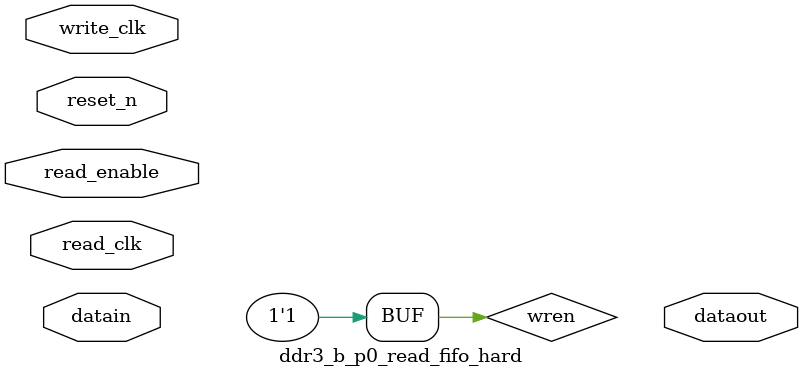
<source format=v>



`timescale 1 ps / 1 ps

module ddr3_b_p0_read_fifo_hard(
	write_clk,
	read_clk,
	read_enable,
	reset_n,
	datain,
	dataout
);

// ******************************************************************************************************************************** 
// BEGIN PARAMETER SECTION
// All parameters default to "" will have their values passed in from higher level wrapper with the controller and driver 

parameter DQ_GROUP_WIDTH = "";

localparam RATE_MULT = 2;


// END PARAMETER SECTION
// ******************************************************************************************************************************** 

input	write_clk;
input	read_clk;
input	read_enable;
input	reset_n;
input	[DQ_GROUP_WIDTH*2-1:0] datain;
output	[RATE_MULT*DQ_GROUP_WIDTH*2-1:0] dataout;


// ******************************************************************************************************************************** 
// Instantiate write-enable circuitry inside the DQS logic block
// ******************************************************************************************************************************** 

// The read_clk is expected to be a strobe that only toggles when there
// is valid data, so wren is tied to 1
wire wren = 1'b1;
	

// ******************************************************************************************************************************** 
// Instantiate read-enable circuitry inside the DQS logic block
// ******************************************************************************************************************************** 
wire read_enable_tmp;
wire plus2_tmp;
stratixv_read_fifo_read_enable fifo_read_enable (
	.re(read_enable),
	.rclk(),
	.plus2(1'b0), 
	.areset(),
	.reout (read_enable_tmp),
	.plus2out (plus2_tmp)
);
defparam fifo_read_enable.use_stalled_read_enable = "false";

// ******************************************************************************************************************************** 
// Instantiate hard read-fifo. 
// ******************************************************************************************************************************** 
generate
genvar dq_count;
	for (dq_count=0; dq_count<DQ_GROUP_WIDTH; dq_count=dq_count+1)
	begin:read_fifos
		// The datain bus is the read data for the current DQS group
		// coming out of the DDIO. Its width is 2x of each DQS group on the
		// memory interface. The bus is ordered by time slot:
		//
		// D0_T1, D0_T0
		//
		// The dataout bus is the read data going out of the FIFO. In FR, it has
		// the same width as datain. In HR, it 2x the datain width. The bus is
		// ordered by time slot.
		//
		// FR: D0_T1, D0_T0
		// HR: D0_T3, D0_T2, D0_T1, D0_T0
		stratixv_read_fifo fifo (
			.wclk(write_clk),
			.we(wren),
			.rclk(read_clk),
			.re(read_enable_tmp),
			.areset(~reset_n),
			.plus2(plus2_tmp),
			.datain({datain[dq_count], datain[dq_count + DQ_GROUP_WIDTH]}),
			.dataout({
					dataout[dq_count + (DQ_GROUP_WIDTH * 0)],
					dataout[dq_count + (DQ_GROUP_WIDTH * 1)],
					dataout[dq_count + (DQ_GROUP_WIDTH * 2)],
					dataout[dq_count + (DQ_GROUP_WIDTH * 3)]
								})
		);
		defparam fifo.use_half_rate_read = "true";
		defparam fifo.sim_wclk_pre_delay = 100;
	end
endgenerate

endmodule

</source>
